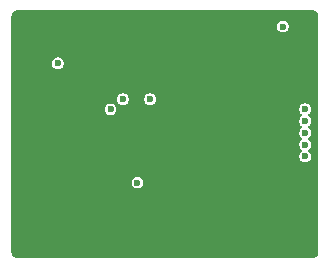
<source format=gbr>
%TF.GenerationSoftware,KiCad,Pcbnew,9.0.6*%
%TF.CreationDate,2025-12-27T16:00:58+00:00*%
%TF.ProjectId,AZUltra,415a556c-7472-4612-9e6b-696361645f70,rev?*%
%TF.SameCoordinates,Original*%
%TF.FileFunction,Copper,L2,Inr*%
%TF.FilePolarity,Positive*%
%FSLAX46Y46*%
G04 Gerber Fmt 4.6, Leading zero omitted, Abs format (unit mm)*
G04 Created by KiCad (PCBNEW 9.0.6) date 2025-12-27 16:00:58*
%MOMM*%
%LPD*%
G01*
G04 APERTURE LIST*
%TA.AperFunction,ViaPad*%
%ADD10C,0.600000*%
%TD*%
G04 APERTURE END LIST*
D10*
%TO.N,+BATT1*%
X167925000Y-84850000D03*
X167925000Y-83850000D03*
X167925000Y-82850000D03*
X154800000Y-81000000D03*
X167925000Y-85850000D03*
X167925000Y-81850000D03*
%TO.N,GND*%
X160500000Y-77950000D03*
X155525000Y-76950000D03*
X146500000Y-78975000D03*
X158500000Y-80000000D03*
X146790000Y-89320000D03*
X149630000Y-79360000D03*
X149575000Y-87400000D03*
X144470000Y-88220000D03*
X156800000Y-88150000D03*
X155400000Y-78450000D03*
X156800000Y-86050000D03*
X151150000Y-88075000D03*
X149700000Y-89050000D03*
X158850000Y-86100000D03*
X145225000Y-78975000D03*
X159200000Y-76900000D03*
X157200000Y-78750000D03*
X147700000Y-81750000D03*
X153700000Y-79350000D03*
X158850000Y-88150000D03*
X143925000Y-78975000D03*
X147000000Y-76000000D03*
X155575000Y-83025000D03*
X147950000Y-83400000D03*
X151650000Y-79000000D03*
X155517203Y-75474635D03*
X149740000Y-77140000D03*
X153157538Y-83442462D03*
%TO.N,+5V*%
X166050000Y-74850000D03*
X153730000Y-88060000D03*
X151450000Y-81850000D03*
%TO.N,Net-(U2-PD0)*%
X152500000Y-81000000D03*
X147000000Y-77960000D03*
%TD*%
%TA.AperFunction,Conductor*%
%TO.N,GND*%
G36*
X168490898Y-73454111D02*
G01*
X168551232Y-73454109D01*
X168562310Y-73454730D01*
X168656857Y-73465382D01*
X168678467Y-73470314D01*
X168762990Y-73499889D01*
X168782962Y-73509507D01*
X168858778Y-73557144D01*
X168876111Y-73570966D01*
X168939428Y-73634282D01*
X168953250Y-73651615D01*
X169000890Y-73727433D01*
X169010510Y-73747408D01*
X169040083Y-73831927D01*
X169045016Y-73853539D01*
X169055657Y-73947984D01*
X169056279Y-73959068D01*
X169056279Y-74027469D01*
X169056280Y-74027482D01*
X169056280Y-93948047D01*
X169055657Y-93959133D01*
X169045005Y-94053663D01*
X169040072Y-94075276D01*
X169010496Y-94159794D01*
X169000877Y-94179767D01*
X168953239Y-94255580D01*
X168939418Y-94272912D01*
X168907760Y-94304570D01*
X168876099Y-94336230D01*
X168858774Y-94350045D01*
X168782955Y-94397685D01*
X168762981Y-94407303D01*
X168678466Y-94436874D01*
X168656853Y-94441807D01*
X168562058Y-94452486D01*
X168550974Y-94453108D01*
X168497565Y-94453107D01*
X168490898Y-94453107D01*
X168490897Y-94453107D01*
X168484015Y-94453107D01*
X168483987Y-94453109D01*
X143562347Y-94453109D01*
X143551261Y-94452486D01*
X143456726Y-94441833D01*
X143435115Y-94436900D01*
X143390235Y-94421195D01*
X143350592Y-94407323D01*
X143330621Y-94397704D01*
X143254803Y-94350064D01*
X143237469Y-94336241D01*
X143174154Y-94272924D01*
X143160333Y-94255593D01*
X143112691Y-94179771D01*
X143103073Y-94159798D01*
X143073499Y-94075282D01*
X143068566Y-94053669D01*
X143057903Y-93959034D01*
X143057280Y-93947949D01*
X143057280Y-87994108D01*
X153229500Y-87994108D01*
X153229500Y-88125892D01*
X153259579Y-88238151D01*
X153263609Y-88253190D01*
X153329496Y-88367309D01*
X153329498Y-88367311D01*
X153329500Y-88367314D01*
X153422686Y-88460500D01*
X153422688Y-88460501D01*
X153422690Y-88460503D01*
X153536810Y-88526390D01*
X153536808Y-88526390D01*
X153536812Y-88526391D01*
X153536814Y-88526392D01*
X153664108Y-88560500D01*
X153664110Y-88560500D01*
X153795890Y-88560500D01*
X153795892Y-88560500D01*
X153923186Y-88526392D01*
X153923188Y-88526390D01*
X153923190Y-88526390D01*
X154037309Y-88460503D01*
X154037309Y-88460502D01*
X154037314Y-88460500D01*
X154130500Y-88367314D01*
X154196392Y-88253186D01*
X154230500Y-88125892D01*
X154230500Y-87994108D01*
X154196392Y-87866814D01*
X154196390Y-87866811D01*
X154196390Y-87866809D01*
X154130503Y-87752690D01*
X154130501Y-87752688D01*
X154130500Y-87752686D01*
X154037314Y-87659500D01*
X154037311Y-87659498D01*
X154037309Y-87659496D01*
X153923189Y-87593609D01*
X153923191Y-87593609D01*
X153873799Y-87580375D01*
X153795892Y-87559500D01*
X153664108Y-87559500D01*
X153586200Y-87580375D01*
X153536809Y-87593609D01*
X153422690Y-87659496D01*
X153329496Y-87752690D01*
X153263609Y-87866809D01*
X153263608Y-87866814D01*
X153229500Y-87994108D01*
X143057280Y-87994108D01*
X143057280Y-81784108D01*
X150949500Y-81784108D01*
X150949500Y-81915892D01*
X150979579Y-82028151D01*
X150983609Y-82043190D01*
X151049496Y-82157309D01*
X151049498Y-82157311D01*
X151049500Y-82157314D01*
X151142686Y-82250500D01*
X151142688Y-82250501D01*
X151142690Y-82250503D01*
X151256810Y-82316390D01*
X151256808Y-82316390D01*
X151256812Y-82316391D01*
X151256814Y-82316392D01*
X151384108Y-82350500D01*
X151384110Y-82350500D01*
X151515890Y-82350500D01*
X151515892Y-82350500D01*
X151643186Y-82316392D01*
X151643188Y-82316390D01*
X151643190Y-82316390D01*
X151757309Y-82250503D01*
X151757309Y-82250502D01*
X151757314Y-82250500D01*
X151850500Y-82157314D01*
X151916392Y-82043186D01*
X151950500Y-81915892D01*
X151950500Y-81784108D01*
X167424500Y-81784108D01*
X167424500Y-81915892D01*
X167454579Y-82028151D01*
X167458609Y-82043190D01*
X167524496Y-82157309D01*
X167524498Y-82157311D01*
X167524500Y-82157314D01*
X167617686Y-82250500D01*
X167617688Y-82250501D01*
X167641525Y-82264264D01*
X167682465Y-82309734D01*
X167688860Y-82370584D01*
X167658267Y-82423572D01*
X167641525Y-82435736D01*
X167617688Y-82449498D01*
X167524496Y-82542690D01*
X167458609Y-82656809D01*
X167458608Y-82656814D01*
X167424500Y-82784108D01*
X167424500Y-82915892D01*
X167454579Y-83028151D01*
X167458609Y-83043190D01*
X167524496Y-83157309D01*
X167524498Y-83157311D01*
X167524500Y-83157314D01*
X167617686Y-83250500D01*
X167617688Y-83250501D01*
X167641525Y-83264264D01*
X167682465Y-83309734D01*
X167688860Y-83370584D01*
X167658267Y-83423572D01*
X167641525Y-83435736D01*
X167617688Y-83449498D01*
X167524496Y-83542690D01*
X167458609Y-83656809D01*
X167458608Y-83656814D01*
X167424500Y-83784108D01*
X167424500Y-83915892D01*
X167454579Y-84028151D01*
X167458609Y-84043190D01*
X167524496Y-84157309D01*
X167524498Y-84157311D01*
X167524500Y-84157314D01*
X167617686Y-84250500D01*
X167617688Y-84250501D01*
X167641525Y-84264264D01*
X167682465Y-84309734D01*
X167688860Y-84370584D01*
X167658267Y-84423572D01*
X167641525Y-84435736D01*
X167617688Y-84449498D01*
X167524496Y-84542690D01*
X167458609Y-84656809D01*
X167458608Y-84656814D01*
X167424500Y-84784108D01*
X167424500Y-84915892D01*
X167454579Y-85028151D01*
X167458609Y-85043190D01*
X167524496Y-85157309D01*
X167524498Y-85157311D01*
X167524500Y-85157314D01*
X167617686Y-85250500D01*
X167617688Y-85250501D01*
X167641525Y-85264264D01*
X167682465Y-85309734D01*
X167688860Y-85370584D01*
X167658267Y-85423572D01*
X167641525Y-85435736D01*
X167617688Y-85449498D01*
X167524496Y-85542690D01*
X167458609Y-85656809D01*
X167458608Y-85656814D01*
X167424500Y-85784108D01*
X167424500Y-85915892D01*
X167454579Y-86028151D01*
X167458609Y-86043190D01*
X167524496Y-86157309D01*
X167524498Y-86157311D01*
X167524500Y-86157314D01*
X167617686Y-86250500D01*
X167617688Y-86250501D01*
X167617690Y-86250503D01*
X167731810Y-86316390D01*
X167731808Y-86316390D01*
X167731812Y-86316391D01*
X167731814Y-86316392D01*
X167859108Y-86350500D01*
X167859110Y-86350500D01*
X167990890Y-86350500D01*
X167990892Y-86350500D01*
X168118186Y-86316392D01*
X168118188Y-86316390D01*
X168118190Y-86316390D01*
X168232309Y-86250503D01*
X168232309Y-86250502D01*
X168232314Y-86250500D01*
X168325500Y-86157314D01*
X168391392Y-86043186D01*
X168425500Y-85915892D01*
X168425500Y-85784108D01*
X168391392Y-85656814D01*
X168391390Y-85656811D01*
X168391390Y-85656809D01*
X168325503Y-85542690D01*
X168325501Y-85542688D01*
X168325500Y-85542686D01*
X168232314Y-85449500D01*
X168208474Y-85435735D01*
X168167534Y-85390267D01*
X168161138Y-85329417D01*
X168191731Y-85276429D01*
X168208474Y-85264264D01*
X168232314Y-85250500D01*
X168325500Y-85157314D01*
X168391392Y-85043186D01*
X168425500Y-84915892D01*
X168425500Y-84784108D01*
X168391392Y-84656814D01*
X168391390Y-84656811D01*
X168391390Y-84656809D01*
X168325503Y-84542690D01*
X168325501Y-84542688D01*
X168325500Y-84542686D01*
X168232314Y-84449500D01*
X168208474Y-84435735D01*
X168167534Y-84390267D01*
X168161138Y-84329417D01*
X168191731Y-84276429D01*
X168208474Y-84264264D01*
X168232314Y-84250500D01*
X168325500Y-84157314D01*
X168391392Y-84043186D01*
X168425500Y-83915892D01*
X168425500Y-83784108D01*
X168391392Y-83656814D01*
X168391390Y-83656811D01*
X168391390Y-83656809D01*
X168325503Y-83542690D01*
X168325501Y-83542688D01*
X168325500Y-83542686D01*
X168232314Y-83449500D01*
X168208474Y-83435735D01*
X168167534Y-83390267D01*
X168161138Y-83329417D01*
X168191731Y-83276429D01*
X168208474Y-83264264D01*
X168232314Y-83250500D01*
X168325500Y-83157314D01*
X168391392Y-83043186D01*
X168425500Y-82915892D01*
X168425500Y-82784108D01*
X168391392Y-82656814D01*
X168391390Y-82656811D01*
X168391390Y-82656809D01*
X168325503Y-82542690D01*
X168325501Y-82542688D01*
X168325500Y-82542686D01*
X168232314Y-82449500D01*
X168208474Y-82435735D01*
X168167534Y-82390267D01*
X168161138Y-82329417D01*
X168191731Y-82276429D01*
X168208474Y-82264264D01*
X168232314Y-82250500D01*
X168325500Y-82157314D01*
X168391392Y-82043186D01*
X168425500Y-81915892D01*
X168425500Y-81784108D01*
X168391392Y-81656814D01*
X168391390Y-81656811D01*
X168391390Y-81656809D01*
X168325503Y-81542690D01*
X168325501Y-81542688D01*
X168325500Y-81542686D01*
X168232314Y-81449500D01*
X168232311Y-81449498D01*
X168232309Y-81449496D01*
X168118189Y-81383609D01*
X168118191Y-81383609D01*
X168068799Y-81370375D01*
X167990892Y-81349500D01*
X167859108Y-81349500D01*
X167781200Y-81370375D01*
X167731809Y-81383609D01*
X167617690Y-81449496D01*
X167524496Y-81542690D01*
X167458609Y-81656809D01*
X167458608Y-81656814D01*
X167424500Y-81784108D01*
X151950500Y-81784108D01*
X151916392Y-81656814D01*
X151916390Y-81656811D01*
X151916390Y-81656809D01*
X151850503Y-81542690D01*
X151850501Y-81542688D01*
X151850500Y-81542686D01*
X151757314Y-81449500D01*
X151757311Y-81449498D01*
X151757309Y-81449496D01*
X151643189Y-81383609D01*
X151643191Y-81383609D01*
X151593799Y-81370375D01*
X151515892Y-81349500D01*
X151384108Y-81349500D01*
X151306200Y-81370375D01*
X151256809Y-81383609D01*
X151142690Y-81449496D01*
X151049496Y-81542690D01*
X150983609Y-81656809D01*
X150983608Y-81656814D01*
X150949500Y-81784108D01*
X143057280Y-81784108D01*
X143057280Y-80934108D01*
X151999500Y-80934108D01*
X151999500Y-81065892D01*
X152029579Y-81178151D01*
X152033609Y-81193190D01*
X152099496Y-81307309D01*
X152099498Y-81307311D01*
X152099500Y-81307314D01*
X152192686Y-81400500D01*
X152192688Y-81400501D01*
X152192690Y-81400503D01*
X152306810Y-81466390D01*
X152306808Y-81466390D01*
X152306812Y-81466391D01*
X152306814Y-81466392D01*
X152434108Y-81500500D01*
X152434110Y-81500500D01*
X152565890Y-81500500D01*
X152565892Y-81500500D01*
X152693186Y-81466392D01*
X152693188Y-81466390D01*
X152693190Y-81466390D01*
X152807309Y-81400503D01*
X152807309Y-81400502D01*
X152807314Y-81400500D01*
X152900500Y-81307314D01*
X152966392Y-81193186D01*
X153000500Y-81065892D01*
X153000500Y-80934108D01*
X154299500Y-80934108D01*
X154299500Y-81065892D01*
X154329579Y-81178151D01*
X154333609Y-81193190D01*
X154399496Y-81307309D01*
X154399498Y-81307311D01*
X154399500Y-81307314D01*
X154492686Y-81400500D01*
X154492688Y-81400501D01*
X154492690Y-81400503D01*
X154606810Y-81466390D01*
X154606808Y-81466390D01*
X154606812Y-81466391D01*
X154606814Y-81466392D01*
X154734108Y-81500500D01*
X154734110Y-81500500D01*
X154865890Y-81500500D01*
X154865892Y-81500500D01*
X154993186Y-81466392D01*
X154993188Y-81466390D01*
X154993190Y-81466390D01*
X155107309Y-81400503D01*
X155107309Y-81400502D01*
X155107314Y-81400500D01*
X155200500Y-81307314D01*
X155266392Y-81193186D01*
X155300500Y-81065892D01*
X155300500Y-80934108D01*
X155266392Y-80806814D01*
X155266390Y-80806811D01*
X155266390Y-80806809D01*
X155200503Y-80692690D01*
X155200501Y-80692688D01*
X155200500Y-80692686D01*
X155107314Y-80599500D01*
X155107311Y-80599498D01*
X155107309Y-80599496D01*
X154993189Y-80533609D01*
X154993191Y-80533609D01*
X154943799Y-80520375D01*
X154865892Y-80499500D01*
X154734108Y-80499500D01*
X154656200Y-80520375D01*
X154606809Y-80533609D01*
X154492690Y-80599496D01*
X154399496Y-80692690D01*
X154333609Y-80806809D01*
X154333608Y-80806814D01*
X154299500Y-80934108D01*
X153000500Y-80934108D01*
X152966392Y-80806814D01*
X152966390Y-80806811D01*
X152966390Y-80806809D01*
X152900503Y-80692690D01*
X152900501Y-80692688D01*
X152900500Y-80692686D01*
X152807314Y-80599500D01*
X152807311Y-80599498D01*
X152807309Y-80599496D01*
X152693189Y-80533609D01*
X152693191Y-80533609D01*
X152643799Y-80520375D01*
X152565892Y-80499500D01*
X152434108Y-80499500D01*
X152356200Y-80520375D01*
X152306809Y-80533609D01*
X152192690Y-80599496D01*
X152099496Y-80692690D01*
X152033609Y-80806809D01*
X152033608Y-80806814D01*
X151999500Y-80934108D01*
X143057280Y-80934108D01*
X143057280Y-77894108D01*
X146499500Y-77894108D01*
X146499500Y-78025892D01*
X146529579Y-78138151D01*
X146533609Y-78153190D01*
X146599496Y-78267309D01*
X146599498Y-78267311D01*
X146599500Y-78267314D01*
X146692686Y-78360500D01*
X146692688Y-78360501D01*
X146692690Y-78360503D01*
X146806810Y-78426390D01*
X146806808Y-78426390D01*
X146806812Y-78426391D01*
X146806814Y-78426392D01*
X146934108Y-78460500D01*
X146934110Y-78460500D01*
X147065890Y-78460500D01*
X147065892Y-78460500D01*
X147193186Y-78426392D01*
X147193188Y-78426390D01*
X147193190Y-78426390D01*
X147307309Y-78360503D01*
X147307309Y-78360502D01*
X147307314Y-78360500D01*
X147400500Y-78267314D01*
X147466392Y-78153186D01*
X147500500Y-78025892D01*
X147500500Y-77894108D01*
X147466392Y-77766814D01*
X147466390Y-77766811D01*
X147466390Y-77766809D01*
X147400503Y-77652690D01*
X147400501Y-77652688D01*
X147400500Y-77652686D01*
X147307314Y-77559500D01*
X147307311Y-77559498D01*
X147307309Y-77559496D01*
X147193189Y-77493609D01*
X147193191Y-77493609D01*
X147143799Y-77480375D01*
X147065892Y-77459500D01*
X146934108Y-77459500D01*
X146856200Y-77480375D01*
X146806809Y-77493609D01*
X146692690Y-77559496D01*
X146599496Y-77652690D01*
X146533609Y-77766809D01*
X146533608Y-77766814D01*
X146499500Y-77894108D01*
X143057280Y-77894108D01*
X143057280Y-74784108D01*
X165549500Y-74784108D01*
X165549500Y-74915892D01*
X165579579Y-75028151D01*
X165583609Y-75043190D01*
X165649496Y-75157309D01*
X165649498Y-75157311D01*
X165649500Y-75157314D01*
X165742686Y-75250500D01*
X165742688Y-75250501D01*
X165742690Y-75250503D01*
X165856810Y-75316390D01*
X165856808Y-75316390D01*
X165856812Y-75316391D01*
X165856814Y-75316392D01*
X165984108Y-75350500D01*
X165984110Y-75350500D01*
X166115890Y-75350500D01*
X166115892Y-75350500D01*
X166243186Y-75316392D01*
X166243188Y-75316390D01*
X166243190Y-75316390D01*
X166357309Y-75250503D01*
X166357309Y-75250502D01*
X166357314Y-75250500D01*
X166450500Y-75157314D01*
X166516392Y-75043186D01*
X166550500Y-74915892D01*
X166550500Y-74784108D01*
X166516392Y-74656814D01*
X166516390Y-74656811D01*
X166516390Y-74656809D01*
X166450503Y-74542690D01*
X166450501Y-74542688D01*
X166450500Y-74542686D01*
X166357314Y-74449500D01*
X166357311Y-74449498D01*
X166357309Y-74449496D01*
X166243189Y-74383609D01*
X166243191Y-74383609D01*
X166193799Y-74370375D01*
X166115892Y-74349500D01*
X165984108Y-74349500D01*
X165906200Y-74370375D01*
X165856809Y-74383609D01*
X165742690Y-74449496D01*
X165649496Y-74542690D01*
X165583609Y-74656809D01*
X165583608Y-74656814D01*
X165549500Y-74784108D01*
X143057280Y-74784108D01*
X143057280Y-74019500D01*
X143057281Y-74019497D01*
X143057280Y-73959163D01*
X143057902Y-73948083D01*
X143057913Y-73947984D01*
X143068554Y-73853529D01*
X143073485Y-73831926D01*
X143103063Y-73747394D01*
X143112677Y-73727430D01*
X143160322Y-73651602D01*
X143174138Y-73634276D01*
X143237461Y-73570950D01*
X143254787Y-73557132D01*
X143330622Y-73509481D01*
X143350577Y-73499871D01*
X143435116Y-73470287D01*
X143456718Y-73465357D01*
X143551005Y-73454732D01*
X143562091Y-73454109D01*
X168490891Y-73454109D01*
X168490898Y-73454111D01*
G37*
%TD.AperFunction*%
%TD*%
M02*

</source>
